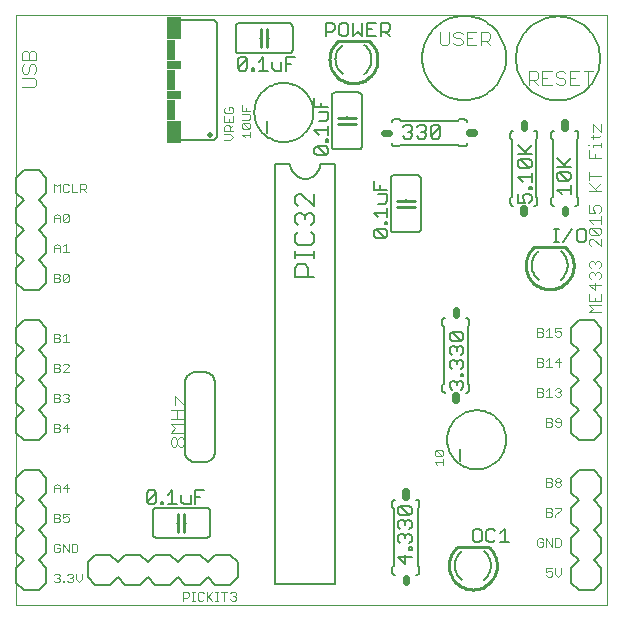
<source format=gto>
G75*
G70*
%OFA0B0*%
%FSLAX24Y24*%
%IPPOS*%
%LPD*%
%AMOC8*
5,1,8,0,0,1.08239X$1,22.5*
%
%ADD10C,0.0000*%
%ADD11C,0.0030*%
%ADD12C,0.0080*%
%ADD13C,0.0040*%
%ADD14C,0.0200*%
%ADD15C,0.0060*%
%ADD16R,0.0500X0.0750*%
%ADD17R,0.0300X0.0700*%
%ADD18R,0.0500X0.0300*%
%ADD19C,0.0070*%
%ADD20C,0.0050*%
%ADD21C,0.0240*%
%ADD22C,0.0250*%
%ADD23C,0.0100*%
D10*
X000181Y000181D02*
X019866Y000181D01*
X019866Y019866D01*
X000181Y019866D01*
X000181Y000181D01*
D11*
X001446Y000995D02*
X001495Y000946D01*
X001592Y000946D01*
X001640Y000995D01*
X001640Y001043D01*
X001592Y001092D01*
X001543Y001092D01*
X001592Y001092D02*
X001640Y001140D01*
X001640Y001188D01*
X001592Y001237D01*
X001495Y001237D01*
X001446Y001188D01*
X001741Y000995D02*
X001789Y000995D01*
X001789Y000946D01*
X001741Y000946D01*
X001741Y000995D01*
X001888Y000995D02*
X001937Y000946D01*
X002034Y000946D01*
X002082Y000995D01*
X002082Y001043D01*
X002034Y001092D01*
X001985Y001092D01*
X002034Y001092D02*
X002082Y001140D01*
X002082Y001188D01*
X002034Y001237D01*
X001937Y001237D01*
X001888Y001188D01*
X002183Y001237D02*
X002183Y001043D01*
X002280Y000946D01*
X002376Y001043D01*
X002376Y001237D01*
X002181Y001946D02*
X002229Y001995D01*
X002229Y002188D01*
X002181Y002237D01*
X002036Y002237D01*
X002036Y001946D01*
X002181Y001946D01*
X001935Y001946D02*
X001935Y002237D01*
X001741Y002237D02*
X001935Y001946D01*
X001741Y001946D02*
X001741Y002237D01*
X001640Y002188D02*
X001592Y002237D01*
X001495Y002237D01*
X001446Y002188D01*
X001446Y001995D01*
X001495Y001946D01*
X001592Y001946D01*
X001640Y001995D01*
X001640Y002092D01*
X001543Y002092D01*
X001592Y002946D02*
X001446Y002946D01*
X001446Y003237D01*
X001592Y003237D01*
X001640Y003188D01*
X001640Y003140D01*
X001592Y003092D01*
X001446Y003092D01*
X001592Y003092D02*
X001640Y003043D01*
X001640Y002995D01*
X001592Y002946D01*
X001741Y002995D02*
X001789Y002946D01*
X001886Y002946D01*
X001935Y002995D01*
X001935Y003092D01*
X001886Y003140D01*
X001838Y003140D01*
X001741Y003092D01*
X001741Y003237D01*
X001935Y003237D01*
X001886Y003946D02*
X001886Y004237D01*
X001741Y004092D01*
X001935Y004092D01*
X001640Y004092D02*
X001446Y004092D01*
X001446Y004140D02*
X001543Y004237D01*
X001640Y004140D01*
X001640Y003946D01*
X001446Y003946D02*
X001446Y004140D01*
X001446Y005946D02*
X001592Y005946D01*
X001640Y005995D01*
X001640Y006043D01*
X001592Y006092D01*
X001446Y006092D01*
X001446Y006237D02*
X001446Y005946D01*
X001592Y006092D02*
X001640Y006140D01*
X001640Y006188D01*
X001592Y006237D01*
X001446Y006237D01*
X001741Y006092D02*
X001935Y006092D01*
X001886Y006237D02*
X001886Y005946D01*
X001741Y006092D02*
X001886Y006237D01*
X001886Y006946D02*
X001789Y006946D01*
X001741Y006995D01*
X001640Y006995D02*
X001592Y006946D01*
X001446Y006946D01*
X001446Y007237D01*
X001592Y007237D01*
X001640Y007188D01*
X001640Y007140D01*
X001592Y007092D01*
X001446Y007092D01*
X001592Y007092D02*
X001640Y007043D01*
X001640Y006995D01*
X001741Y007188D02*
X001789Y007237D01*
X001886Y007237D01*
X001935Y007188D01*
X001935Y007140D01*
X001886Y007092D01*
X001935Y007043D01*
X001935Y006995D01*
X001886Y006946D01*
X001886Y007092D02*
X001838Y007092D01*
X001935Y007946D02*
X001741Y007946D01*
X001935Y008140D01*
X001935Y008188D01*
X001886Y008237D01*
X001789Y008237D01*
X001741Y008188D01*
X001640Y008188D02*
X001640Y008140D01*
X001592Y008092D01*
X001446Y008092D01*
X001446Y008237D02*
X001446Y007946D01*
X001592Y007946D01*
X001640Y007995D01*
X001640Y008043D01*
X001592Y008092D01*
X001640Y008188D02*
X001592Y008237D01*
X001446Y008237D01*
X001446Y008946D02*
X001592Y008946D01*
X001640Y008995D01*
X001640Y009043D01*
X001592Y009092D01*
X001446Y009092D01*
X001446Y009237D02*
X001446Y008946D01*
X001592Y009092D02*
X001640Y009140D01*
X001640Y009188D01*
X001592Y009237D01*
X001446Y009237D01*
X001741Y009140D02*
X001838Y009237D01*
X001838Y008946D01*
X001741Y008946D02*
X001935Y008946D01*
X001886Y010946D02*
X001789Y010946D01*
X001741Y010995D01*
X001935Y011188D01*
X001935Y010995D01*
X001886Y010946D01*
X001741Y010995D02*
X001741Y011188D01*
X001789Y011237D01*
X001886Y011237D01*
X001935Y011188D01*
X001640Y011188D02*
X001640Y011140D01*
X001592Y011092D01*
X001446Y011092D01*
X001446Y011237D02*
X001446Y010946D01*
X001592Y010946D01*
X001640Y010995D01*
X001640Y011043D01*
X001592Y011092D01*
X001640Y011188D02*
X001592Y011237D01*
X001446Y011237D01*
X001446Y011946D02*
X001446Y012140D01*
X001543Y012237D01*
X001640Y012140D01*
X001640Y011946D01*
X001741Y011946D02*
X001935Y011946D01*
X001838Y011946D02*
X001838Y012237D01*
X001741Y012140D01*
X001640Y012092D02*
X001446Y012092D01*
X001446Y012946D02*
X001446Y013140D01*
X001543Y013237D01*
X001640Y013140D01*
X001640Y012946D01*
X001741Y012995D02*
X001935Y013188D01*
X001935Y012995D01*
X001886Y012946D01*
X001789Y012946D01*
X001741Y012995D01*
X001741Y013188D01*
X001789Y013237D01*
X001886Y013237D01*
X001935Y013188D01*
X001640Y013092D02*
X001446Y013092D01*
X001446Y013946D02*
X001446Y014237D01*
X001543Y014140D01*
X001640Y014237D01*
X001640Y013946D01*
X001741Y013995D02*
X001789Y013946D01*
X001886Y013946D01*
X001935Y013995D01*
X002036Y013946D02*
X002036Y014237D01*
X001935Y014188D02*
X001886Y014237D01*
X001789Y014237D01*
X001741Y014188D01*
X001741Y013995D01*
X002036Y013946D02*
X002229Y013946D01*
X002330Y013946D02*
X002330Y014237D01*
X002475Y014237D01*
X002524Y014188D01*
X002524Y014092D01*
X002475Y014043D01*
X002330Y014043D01*
X002427Y014043D02*
X002524Y013946D01*
X007126Y015696D02*
X007320Y015696D01*
X007416Y015793D01*
X007320Y015890D01*
X007126Y015890D01*
X007126Y015991D02*
X007126Y016136D01*
X007175Y016185D01*
X007271Y016185D01*
X007320Y016136D01*
X007320Y015991D01*
X007416Y015991D02*
X007126Y015991D01*
X007320Y016088D02*
X007416Y016185D01*
X007416Y016286D02*
X007126Y016286D01*
X007126Y016479D01*
X007175Y016580D02*
X007368Y016580D01*
X007416Y016629D01*
X007416Y016725D01*
X007368Y016774D01*
X007271Y016774D01*
X007271Y016677D01*
X007175Y016580D02*
X007126Y016629D01*
X007126Y016725D01*
X007175Y016774D01*
X007416Y016479D02*
X007416Y016286D01*
X007271Y016286D02*
X007271Y016382D01*
X007701Y016361D02*
X007943Y016361D01*
X007992Y016409D01*
X007992Y016506D01*
X007943Y016554D01*
X007701Y016554D01*
X007701Y016656D02*
X007701Y016849D01*
X007846Y016752D02*
X007846Y016656D01*
X007701Y016656D02*
X007992Y016656D01*
X007943Y016260D02*
X007750Y016260D01*
X007943Y016066D01*
X007992Y016115D01*
X007992Y016211D01*
X007943Y016260D01*
X007750Y016260D02*
X007701Y016211D01*
X007701Y016115D01*
X007750Y016066D01*
X007943Y016066D01*
X007992Y015965D02*
X007992Y015772D01*
X007992Y015868D02*
X007701Y015868D01*
X007798Y015772D01*
X017562Y009417D02*
X017562Y009126D01*
X017708Y009126D01*
X017756Y009175D01*
X017756Y009223D01*
X017708Y009272D01*
X017562Y009272D01*
X017562Y009417D02*
X017708Y009417D01*
X017756Y009368D01*
X017756Y009320D01*
X017708Y009272D01*
X017857Y009320D02*
X017954Y009417D01*
X017954Y009126D01*
X017857Y009126D02*
X018051Y009126D01*
X018152Y009175D02*
X018200Y009126D01*
X018297Y009126D01*
X018345Y009175D01*
X018345Y009272D01*
X018297Y009320D01*
X018249Y009320D01*
X018152Y009272D01*
X018152Y009417D01*
X018345Y009417D01*
X018297Y008417D02*
X018152Y008272D01*
X018345Y008272D01*
X018297Y008417D02*
X018297Y008126D01*
X018051Y008126D02*
X017857Y008126D01*
X017954Y008126D02*
X017954Y008417D01*
X017857Y008320D01*
X017756Y008320D02*
X017708Y008272D01*
X017562Y008272D01*
X017562Y008417D02*
X017708Y008417D01*
X017756Y008368D01*
X017756Y008320D01*
X017708Y008272D02*
X017756Y008223D01*
X017756Y008175D01*
X017708Y008126D01*
X017562Y008126D01*
X017562Y008417D01*
X017562Y007417D02*
X017708Y007417D01*
X017756Y007368D01*
X017756Y007320D01*
X017708Y007272D01*
X017562Y007272D01*
X017562Y007417D02*
X017562Y007126D01*
X017708Y007126D01*
X017756Y007175D01*
X017756Y007223D01*
X017708Y007272D01*
X017857Y007320D02*
X017954Y007417D01*
X017954Y007126D01*
X017857Y007126D02*
X018051Y007126D01*
X018152Y007175D02*
X018200Y007126D01*
X018297Y007126D01*
X018345Y007175D01*
X018345Y007223D01*
X018297Y007272D01*
X018249Y007272D01*
X018297Y007272D02*
X018345Y007320D01*
X018345Y007368D01*
X018297Y007417D01*
X018200Y007417D01*
X018152Y007368D01*
X018200Y006417D02*
X018152Y006368D01*
X018152Y006320D01*
X018200Y006272D01*
X018345Y006272D01*
X018345Y006368D02*
X018297Y006417D01*
X018200Y006417D01*
X018345Y006368D02*
X018345Y006175D01*
X018297Y006126D01*
X018200Y006126D01*
X018152Y006175D01*
X018051Y006175D02*
X018002Y006126D01*
X017857Y006126D01*
X017857Y006417D01*
X018002Y006417D01*
X018051Y006368D01*
X018051Y006320D01*
X018002Y006272D01*
X017857Y006272D01*
X018002Y006272D02*
X018051Y006223D01*
X018051Y006175D01*
X018002Y004417D02*
X018051Y004368D01*
X018051Y004320D01*
X018002Y004272D01*
X017857Y004272D01*
X017857Y004417D02*
X017857Y004126D01*
X018002Y004126D01*
X018051Y004175D01*
X018051Y004223D01*
X018002Y004272D01*
X018002Y004417D02*
X017857Y004417D01*
X018152Y004368D02*
X018152Y004320D01*
X018200Y004272D01*
X018297Y004272D01*
X018345Y004223D01*
X018345Y004175D01*
X018297Y004126D01*
X018200Y004126D01*
X018152Y004175D01*
X018152Y004223D01*
X018200Y004272D01*
X018297Y004272D02*
X018345Y004320D01*
X018345Y004368D01*
X018297Y004417D01*
X018200Y004417D01*
X018152Y004368D01*
X018152Y003417D02*
X018345Y003417D01*
X018345Y003368D01*
X018152Y003175D01*
X018152Y003126D01*
X018051Y003175D02*
X018002Y003126D01*
X017857Y003126D01*
X017857Y003417D01*
X018002Y003417D01*
X018051Y003368D01*
X018051Y003320D01*
X018002Y003272D01*
X017857Y003272D01*
X018002Y003272D02*
X018051Y003223D01*
X018051Y003175D01*
X018051Y002417D02*
X018051Y002126D01*
X017857Y002417D01*
X017857Y002126D01*
X017756Y002175D02*
X017756Y002272D01*
X017659Y002272D01*
X017562Y002368D02*
X017562Y002175D01*
X017611Y002126D01*
X017708Y002126D01*
X017756Y002175D01*
X017756Y002368D02*
X017708Y002417D01*
X017611Y002417D01*
X017562Y002368D01*
X018152Y002417D02*
X018152Y002126D01*
X018297Y002126D01*
X018345Y002175D01*
X018345Y002368D01*
X018297Y002417D01*
X018152Y002417D01*
X018152Y001417D02*
X018152Y001223D01*
X018249Y001126D01*
X018345Y001223D01*
X018345Y001417D01*
X018051Y001417D02*
X017857Y001417D01*
X017857Y001272D01*
X017954Y001320D01*
X018002Y001320D01*
X018051Y001272D01*
X018051Y001175D01*
X018002Y001126D01*
X017905Y001126D01*
X017857Y001175D01*
X014421Y004858D02*
X014421Y005052D01*
X014421Y004955D02*
X014131Y004955D01*
X014227Y004858D01*
X014179Y005153D02*
X014131Y005201D01*
X014131Y005298D01*
X014179Y005346D01*
X014372Y005153D01*
X014421Y005201D01*
X014421Y005298D01*
X014372Y005346D01*
X014179Y005346D01*
X014179Y005153D02*
X014372Y005153D01*
X019296Y009946D02*
X019420Y010070D01*
X019296Y010193D01*
X019666Y010193D01*
X019666Y010315D02*
X019666Y010562D01*
X019481Y010683D02*
X019481Y010930D01*
X019358Y011051D02*
X019296Y011113D01*
X019296Y011236D01*
X019358Y011298D01*
X019420Y011298D01*
X019481Y011236D01*
X019543Y011298D01*
X019605Y011298D01*
X019666Y011236D01*
X019666Y011113D01*
X019605Y011051D01*
X019481Y011175D02*
X019481Y011236D01*
X019358Y011420D02*
X019296Y011481D01*
X019296Y011605D01*
X019358Y011666D01*
X019420Y011666D01*
X019481Y011605D01*
X019543Y011666D01*
X019605Y011666D01*
X019666Y011605D01*
X019666Y011481D01*
X019605Y011420D01*
X019481Y011543D02*
X019481Y011605D01*
X019358Y012156D02*
X019296Y012218D01*
X019296Y012341D01*
X019358Y012403D01*
X019420Y012403D01*
X019666Y012156D01*
X019666Y012403D01*
X019605Y012525D02*
X019358Y012771D01*
X019605Y012771D01*
X019666Y012710D01*
X019666Y012586D01*
X019605Y012525D01*
X019358Y012525D01*
X019296Y012586D01*
X019296Y012710D01*
X019358Y012771D01*
X019420Y012893D02*
X019296Y013016D01*
X019666Y013016D01*
X019666Y012893D02*
X019666Y013140D01*
X019605Y013261D02*
X019666Y013323D01*
X019666Y013446D01*
X019605Y013508D01*
X019481Y013508D01*
X019420Y013446D01*
X019420Y013385D01*
X019481Y013261D01*
X019296Y013261D01*
X019296Y013508D01*
X019296Y013998D02*
X019666Y013998D01*
X019543Y013998D02*
X019296Y014245D01*
X019296Y014366D02*
X019296Y014613D01*
X019296Y014490D02*
X019666Y014490D01*
X019666Y014245D02*
X019481Y014059D01*
X019481Y015103D02*
X019481Y015226D01*
X019296Y015103D02*
X019296Y015350D01*
X019420Y015471D02*
X019420Y015533D01*
X019666Y015533D01*
X019666Y015594D02*
X019666Y015471D01*
X019605Y015778D02*
X019666Y015840D01*
X019605Y015778D02*
X019358Y015778D01*
X019420Y015717D02*
X019420Y015840D01*
X019420Y015962D02*
X019420Y016209D01*
X019666Y015962D01*
X019666Y016209D01*
X019296Y015533D02*
X019234Y015533D01*
X019296Y015103D02*
X019666Y015103D01*
X019666Y010868D02*
X019296Y010868D01*
X019481Y010683D01*
X019296Y010562D02*
X019296Y010315D01*
X019666Y010315D01*
X019481Y010315D02*
X019481Y010438D01*
X019666Y009946D02*
X019296Y009946D01*
X007515Y000579D02*
X007515Y000531D01*
X007467Y000483D01*
X007515Y000434D01*
X007515Y000386D01*
X007467Y000338D01*
X007370Y000338D01*
X007321Y000386D01*
X007418Y000483D02*
X007467Y000483D01*
X007515Y000579D02*
X007467Y000628D01*
X007370Y000628D01*
X007321Y000579D01*
X007220Y000628D02*
X007027Y000628D01*
X007124Y000628D02*
X007124Y000338D01*
X006927Y000338D02*
X006830Y000338D01*
X006879Y000338D02*
X006879Y000628D01*
X006927Y000628D02*
X006830Y000628D01*
X006729Y000628D02*
X006536Y000434D01*
X006584Y000483D02*
X006729Y000338D01*
X006536Y000338D02*
X006536Y000628D01*
X006435Y000579D02*
X006386Y000628D01*
X006289Y000628D01*
X006241Y000579D01*
X006241Y000386D01*
X006289Y000338D01*
X006386Y000338D01*
X006435Y000386D01*
X006141Y000338D02*
X006045Y000338D01*
X006093Y000338D02*
X006093Y000628D01*
X006045Y000628D02*
X006141Y000628D01*
X005944Y000579D02*
X005944Y000483D01*
X005895Y000434D01*
X005750Y000434D01*
X005750Y000338D02*
X005750Y000628D01*
X005895Y000628D01*
X005944Y000579D01*
D12*
X005821Y000863D02*
X005571Y001113D01*
X005321Y000863D01*
X004821Y000863D01*
X004571Y001113D01*
X004321Y000863D01*
X003821Y000863D01*
X003571Y001113D01*
X003321Y000863D01*
X002821Y000863D01*
X002571Y001113D01*
X002571Y001613D01*
X002821Y001863D01*
X003321Y001863D01*
X003571Y001613D01*
X003821Y001863D01*
X004321Y001863D01*
X004571Y001613D01*
X004821Y001863D01*
X005321Y001863D01*
X005571Y001613D01*
X005821Y001863D01*
X006321Y001863D01*
X006571Y001613D01*
X006821Y001863D01*
X007321Y001863D01*
X007571Y001613D01*
X007571Y001113D01*
X007321Y000863D01*
X006821Y000863D01*
X006571Y001113D01*
X006321Y000863D01*
X005821Y000863D01*
X001181Y000931D02*
X000931Y000681D01*
X000431Y000681D01*
X000181Y000931D01*
X000181Y001431D01*
X000431Y001681D01*
X000181Y001931D01*
X000181Y002431D01*
X000431Y002681D01*
X000181Y002931D01*
X000181Y003431D01*
X000431Y003681D01*
X000181Y003931D01*
X000181Y004431D01*
X000431Y004681D01*
X000931Y004681D01*
X001181Y004431D01*
X001181Y003931D01*
X000931Y003681D01*
X001181Y003431D01*
X001181Y002931D01*
X000931Y002681D01*
X001181Y002431D01*
X001181Y001931D01*
X000931Y001681D01*
X001181Y001431D01*
X001181Y000931D01*
X000931Y005681D02*
X000431Y005681D01*
X000181Y005931D01*
X000181Y006431D01*
X000431Y006681D01*
X000181Y006931D01*
X000181Y007431D01*
X000431Y007681D01*
X000181Y007931D01*
X000181Y008431D01*
X000431Y008681D01*
X000181Y008931D01*
X000181Y009431D01*
X000431Y009681D01*
X000931Y009681D01*
X001181Y009431D01*
X001181Y008931D01*
X000931Y008681D01*
X001181Y008431D01*
X001181Y007931D01*
X000931Y007681D01*
X001181Y007431D01*
X001181Y006931D01*
X000931Y006681D01*
X001181Y006431D01*
X001181Y005931D01*
X000931Y005681D01*
X000931Y010681D02*
X000431Y010681D01*
X000181Y010931D01*
X000181Y011431D01*
X000431Y011681D01*
X000181Y011931D01*
X000181Y012431D01*
X000431Y012681D01*
X000181Y012931D01*
X000181Y013431D01*
X000431Y013681D01*
X000181Y013931D01*
X000181Y014431D01*
X000431Y014681D01*
X000931Y014681D01*
X001181Y014431D01*
X001181Y013931D01*
X000931Y013681D01*
X001181Y013431D01*
X001181Y012931D01*
X000931Y012681D01*
X001181Y012431D01*
X001181Y011931D01*
X000931Y011681D01*
X001181Y011431D01*
X001181Y010931D01*
X000931Y010681D01*
X008557Y015907D02*
X008557Y016307D01*
X008123Y016607D02*
X008125Y016669D01*
X008131Y016732D01*
X008141Y016793D01*
X008155Y016854D01*
X008172Y016914D01*
X008193Y016973D01*
X008219Y017030D01*
X008247Y017085D01*
X008279Y017139D01*
X008315Y017190D01*
X008353Y017240D01*
X008395Y017286D01*
X008439Y017330D01*
X008487Y017371D01*
X008536Y017409D01*
X008588Y017443D01*
X008642Y017474D01*
X008698Y017502D01*
X008756Y017526D01*
X008815Y017547D01*
X008875Y017563D01*
X008936Y017576D01*
X008998Y017585D01*
X009060Y017590D01*
X009123Y017591D01*
X009185Y017588D01*
X009247Y017581D01*
X009309Y017570D01*
X009369Y017555D01*
X009429Y017537D01*
X009487Y017515D01*
X009544Y017489D01*
X009599Y017459D01*
X009652Y017426D01*
X009703Y017390D01*
X009751Y017351D01*
X009797Y017308D01*
X009840Y017263D01*
X009880Y017215D01*
X009917Y017165D01*
X009951Y017112D01*
X009982Y017058D01*
X010008Y017002D01*
X010032Y016944D01*
X010051Y016884D01*
X010067Y016824D01*
X010079Y016762D01*
X010087Y016701D01*
X010091Y016638D01*
X010091Y016576D01*
X010087Y016513D01*
X010079Y016452D01*
X010067Y016390D01*
X010051Y016330D01*
X010032Y016270D01*
X010008Y016212D01*
X009982Y016156D01*
X009951Y016102D01*
X009917Y016049D01*
X009880Y015999D01*
X009840Y015951D01*
X009797Y015906D01*
X009751Y015863D01*
X009703Y015824D01*
X009652Y015788D01*
X009599Y015755D01*
X009544Y015725D01*
X009487Y015699D01*
X009429Y015677D01*
X009369Y015659D01*
X009309Y015644D01*
X009247Y015633D01*
X009185Y015626D01*
X009123Y015623D01*
X009060Y015624D01*
X008998Y015629D01*
X008936Y015638D01*
X008875Y015651D01*
X008815Y015667D01*
X008756Y015688D01*
X008698Y015712D01*
X008642Y015740D01*
X008588Y015771D01*
X008536Y015805D01*
X008487Y015843D01*
X008439Y015884D01*
X008395Y015928D01*
X008353Y015974D01*
X008315Y016024D01*
X008279Y016075D01*
X008247Y016129D01*
X008219Y016184D01*
X008193Y016241D01*
X008172Y016300D01*
X008155Y016360D01*
X008141Y016421D01*
X008131Y016482D01*
X008125Y016545D01*
X008123Y016607D01*
X018681Y009431D02*
X018681Y008931D01*
X018931Y008681D01*
X018681Y008431D01*
X018681Y007931D01*
X018931Y007681D01*
X018681Y007431D01*
X018681Y006931D01*
X018931Y006681D01*
X018681Y006431D01*
X018681Y005931D01*
X018931Y005681D01*
X019431Y005681D01*
X019681Y005931D01*
X019681Y006431D01*
X019431Y006681D01*
X019681Y006931D01*
X019681Y007431D01*
X019431Y007681D01*
X019681Y007931D01*
X019681Y008431D01*
X019431Y008681D01*
X019681Y008931D01*
X019681Y009431D01*
X019431Y009681D01*
X018931Y009681D01*
X018681Y009431D01*
X014552Y005693D02*
X014554Y005755D01*
X014560Y005818D01*
X014570Y005879D01*
X014584Y005940D01*
X014601Y006000D01*
X014622Y006059D01*
X014648Y006116D01*
X014676Y006171D01*
X014708Y006225D01*
X014744Y006276D01*
X014782Y006326D01*
X014824Y006372D01*
X014868Y006416D01*
X014916Y006457D01*
X014965Y006495D01*
X015017Y006529D01*
X015071Y006560D01*
X015127Y006588D01*
X015185Y006612D01*
X015244Y006633D01*
X015304Y006649D01*
X015365Y006662D01*
X015427Y006671D01*
X015489Y006676D01*
X015552Y006677D01*
X015614Y006674D01*
X015676Y006667D01*
X015738Y006656D01*
X015798Y006641D01*
X015858Y006623D01*
X015916Y006601D01*
X015973Y006575D01*
X016028Y006545D01*
X016081Y006512D01*
X016132Y006476D01*
X016180Y006437D01*
X016226Y006394D01*
X016269Y006349D01*
X016309Y006301D01*
X016346Y006251D01*
X016380Y006198D01*
X016411Y006144D01*
X016437Y006088D01*
X016461Y006030D01*
X016480Y005970D01*
X016496Y005910D01*
X016508Y005848D01*
X016516Y005787D01*
X016520Y005724D01*
X016520Y005662D01*
X016516Y005599D01*
X016508Y005538D01*
X016496Y005476D01*
X016480Y005416D01*
X016461Y005356D01*
X016437Y005298D01*
X016411Y005242D01*
X016380Y005188D01*
X016346Y005135D01*
X016309Y005085D01*
X016269Y005037D01*
X016226Y004992D01*
X016180Y004949D01*
X016132Y004910D01*
X016081Y004874D01*
X016028Y004841D01*
X015973Y004811D01*
X015916Y004785D01*
X015858Y004763D01*
X015798Y004745D01*
X015738Y004730D01*
X015676Y004719D01*
X015614Y004712D01*
X015552Y004709D01*
X015489Y004710D01*
X015427Y004715D01*
X015365Y004724D01*
X015304Y004737D01*
X015244Y004753D01*
X015185Y004774D01*
X015127Y004798D01*
X015071Y004826D01*
X015017Y004857D01*
X014965Y004891D01*
X014916Y004929D01*
X014868Y004970D01*
X014824Y005014D01*
X014782Y005060D01*
X014744Y005110D01*
X014708Y005161D01*
X014676Y005215D01*
X014648Y005270D01*
X014622Y005327D01*
X014601Y005386D01*
X014584Y005446D01*
X014570Y005507D01*
X014560Y005568D01*
X014554Y005631D01*
X014552Y005693D01*
X014986Y005393D02*
X014986Y004993D01*
X018681Y004431D02*
X018681Y003931D01*
X018931Y003681D01*
X018681Y003431D01*
X018681Y002931D01*
X018931Y002681D01*
X018681Y002431D01*
X018681Y001931D01*
X018931Y001681D01*
X018681Y001431D01*
X018681Y000931D01*
X018931Y000681D01*
X019431Y000681D01*
X019681Y000931D01*
X019681Y001431D01*
X019431Y001681D01*
X019681Y001931D01*
X019681Y002431D01*
X019431Y002681D01*
X019681Y002931D01*
X019681Y003431D01*
X019431Y003681D01*
X019681Y003931D01*
X019681Y004431D01*
X019431Y004681D01*
X018931Y004681D01*
X018681Y004431D01*
D13*
X005791Y005546D02*
X005715Y005469D01*
X005638Y005469D01*
X005561Y005546D01*
X005561Y005699D01*
X005638Y005776D01*
X005715Y005776D01*
X005791Y005699D01*
X005791Y005546D01*
X005561Y005546D02*
X005484Y005469D01*
X005408Y005469D01*
X005331Y005546D01*
X005331Y005699D01*
X005408Y005776D01*
X005484Y005776D01*
X005561Y005699D01*
X005331Y005929D02*
X005484Y006083D01*
X005331Y006236D01*
X005791Y006236D01*
X005791Y006390D02*
X005331Y006390D01*
X005561Y006390D02*
X005561Y006697D01*
X005484Y006850D02*
X005484Y007157D01*
X005791Y006850D01*
X005791Y007157D01*
X005791Y006697D02*
X005331Y006697D01*
X005331Y005929D02*
X005791Y005929D01*
X000768Y017442D02*
X000384Y017442D01*
X000384Y017749D02*
X000768Y017749D01*
X000844Y017672D01*
X000844Y017519D01*
X000768Y017442D01*
X000768Y017903D02*
X000844Y017979D01*
X000844Y018133D01*
X000768Y018210D01*
X000691Y018210D01*
X000614Y018133D01*
X000614Y017979D01*
X000538Y017903D01*
X000461Y017903D01*
X000384Y017979D01*
X000384Y018133D01*
X000461Y018210D01*
X000384Y018363D02*
X000384Y018593D01*
X000461Y018670D01*
X000538Y018670D01*
X000614Y018593D01*
X000614Y018363D01*
X000844Y018363D02*
X000384Y018363D01*
X000614Y018593D02*
X000691Y018670D01*
X000768Y018670D01*
X000844Y018593D01*
X000844Y018363D01*
X014301Y018918D02*
X014378Y018842D01*
X014531Y018842D01*
X014608Y018918D01*
X014608Y019302D01*
X014761Y019225D02*
X014761Y019148D01*
X014838Y019072D01*
X014991Y019072D01*
X015068Y018995D01*
X015068Y018918D01*
X014991Y018842D01*
X014838Y018842D01*
X014761Y018918D01*
X014761Y019225D02*
X014838Y019302D01*
X014991Y019302D01*
X015068Y019225D01*
X015222Y019302D02*
X015222Y018842D01*
X015528Y018842D01*
X015682Y018842D02*
X015682Y019302D01*
X015912Y019302D01*
X015989Y019225D01*
X015989Y019072D01*
X015912Y018995D01*
X015682Y018995D01*
X015835Y018995D02*
X015989Y018842D01*
X015528Y019302D02*
X015222Y019302D01*
X015222Y019072D02*
X015375Y019072D01*
X014301Y018918D02*
X014301Y019302D01*
X017268Y017986D02*
X017268Y017526D01*
X017268Y017679D02*
X017499Y017679D01*
X017575Y017756D01*
X017575Y017909D01*
X017499Y017986D01*
X017268Y017986D01*
X017422Y017679D02*
X017575Y017526D01*
X017729Y017526D02*
X018036Y017526D01*
X018189Y017603D02*
X018266Y017526D01*
X018419Y017526D01*
X018496Y017603D01*
X018496Y017679D01*
X018419Y017756D01*
X018266Y017756D01*
X018189Y017833D01*
X018189Y017909D01*
X018266Y017986D01*
X018419Y017986D01*
X018496Y017909D01*
X018649Y017986D02*
X018649Y017526D01*
X018956Y017526D01*
X018803Y017756D02*
X018649Y017756D01*
X018649Y017986D02*
X018956Y017986D01*
X019110Y017986D02*
X019417Y017986D01*
X019263Y017986D02*
X019263Y017526D01*
X018036Y017986D02*
X017729Y017986D01*
X017729Y017526D01*
X017729Y017756D02*
X017882Y017756D01*
D14*
X006641Y015861D03*
D15*
X006781Y015681D02*
X005631Y015681D01*
X006781Y015681D02*
X006881Y015781D01*
X006881Y019581D01*
X006781Y019681D01*
X005631Y019681D01*
X007499Y019479D02*
X007499Y018679D01*
X007501Y018662D01*
X007505Y018645D01*
X007512Y018629D01*
X007522Y018615D01*
X007535Y018602D01*
X007549Y018592D01*
X007565Y018585D01*
X007582Y018581D01*
X007599Y018579D01*
X009299Y018579D01*
X009316Y018581D01*
X009333Y018585D01*
X009349Y018592D01*
X009363Y018602D01*
X009376Y018615D01*
X009386Y018629D01*
X009393Y018645D01*
X009397Y018662D01*
X009399Y018679D01*
X009399Y019479D01*
X009397Y019496D01*
X009393Y019513D01*
X009386Y019529D01*
X009376Y019543D01*
X009363Y019556D01*
X009349Y019566D01*
X009333Y019573D01*
X009316Y019577D01*
X009299Y019579D01*
X007599Y019579D01*
X007582Y019577D01*
X007565Y019573D01*
X007549Y019566D01*
X007535Y019556D01*
X007522Y019543D01*
X007512Y019529D01*
X007505Y019513D01*
X007501Y019496D01*
X007499Y019479D01*
X008299Y019079D02*
X008349Y019079D01*
X008549Y019079D02*
X008599Y019079D01*
X010705Y017173D02*
X010705Y015473D01*
X010707Y015456D01*
X010711Y015439D01*
X010718Y015423D01*
X010728Y015409D01*
X010741Y015396D01*
X010755Y015386D01*
X010771Y015379D01*
X010788Y015375D01*
X010805Y015373D01*
X011605Y015373D01*
X011622Y015375D01*
X011639Y015379D01*
X011655Y015386D01*
X011669Y015396D01*
X011682Y015409D01*
X011692Y015423D01*
X011699Y015439D01*
X011703Y015456D01*
X011705Y015473D01*
X011705Y017173D01*
X011703Y017190D01*
X011699Y017207D01*
X011692Y017223D01*
X011682Y017237D01*
X011669Y017250D01*
X011655Y017260D01*
X011639Y017267D01*
X011622Y017271D01*
X011605Y017273D01*
X010805Y017273D01*
X010788Y017271D01*
X010771Y017267D01*
X010755Y017260D01*
X010741Y017250D01*
X010728Y017237D01*
X010718Y017223D01*
X010711Y017207D01*
X010707Y017190D01*
X010705Y017173D01*
X011205Y016473D02*
X011205Y016423D01*
X011205Y016223D02*
X011205Y016173D01*
X010819Y014894D02*
X010319Y014894D01*
X010819Y014894D02*
X010819Y000894D01*
X008819Y000894D01*
X008819Y014844D01*
X008819Y014894D02*
X009319Y014894D01*
X009321Y014850D01*
X009327Y014807D01*
X009336Y014765D01*
X009349Y014723D01*
X009366Y014683D01*
X009386Y014644D01*
X009409Y014607D01*
X009436Y014573D01*
X009465Y014540D01*
X009498Y014511D01*
X009532Y014484D01*
X009569Y014461D01*
X009608Y014441D01*
X009648Y014424D01*
X009690Y014411D01*
X009732Y014402D01*
X009775Y014396D01*
X009819Y014394D01*
X009863Y014396D01*
X009906Y014402D01*
X009948Y014411D01*
X009990Y014424D01*
X010030Y014441D01*
X010069Y014461D01*
X010106Y014484D01*
X010140Y014511D01*
X010173Y014540D01*
X010202Y014573D01*
X010229Y014607D01*
X010252Y014644D01*
X010272Y014683D01*
X010289Y014723D01*
X010302Y014765D01*
X010311Y014807D01*
X010317Y014850D01*
X010319Y014894D01*
X012674Y014417D02*
X012674Y012717D01*
X012676Y012700D01*
X012680Y012683D01*
X012687Y012667D01*
X012697Y012653D01*
X012710Y012640D01*
X012724Y012630D01*
X012740Y012623D01*
X012757Y012619D01*
X012774Y012617D01*
X013574Y012617D01*
X013591Y012619D01*
X013608Y012623D01*
X013624Y012630D01*
X013638Y012640D01*
X013651Y012653D01*
X013661Y012667D01*
X013668Y012683D01*
X013672Y012700D01*
X013674Y012717D01*
X013674Y014417D01*
X013672Y014434D01*
X013668Y014451D01*
X013661Y014467D01*
X013651Y014481D01*
X013638Y014494D01*
X013624Y014504D01*
X013608Y014511D01*
X013591Y014515D01*
X013574Y014517D01*
X012774Y014517D01*
X012757Y014515D01*
X012740Y014511D01*
X012724Y014504D01*
X012710Y014494D01*
X012697Y014481D01*
X012687Y014467D01*
X012680Y014451D01*
X012676Y014434D01*
X012674Y014417D01*
X013174Y013717D02*
X013174Y013667D01*
X013174Y013467D02*
X013174Y013417D01*
X012961Y015479D02*
X012811Y015479D01*
X012794Y015481D01*
X012777Y015485D01*
X012761Y015492D01*
X012747Y015502D01*
X012734Y015515D01*
X012724Y015529D01*
X012717Y015545D01*
X012713Y015562D01*
X012711Y015579D01*
X012961Y015479D02*
X013011Y015529D01*
X014911Y015529D01*
X014961Y015479D01*
X015111Y015479D01*
X015128Y015481D01*
X015145Y015485D01*
X015161Y015492D01*
X015175Y015502D01*
X015188Y015515D01*
X015198Y015529D01*
X015205Y015545D01*
X015209Y015562D01*
X015211Y015579D01*
X015211Y016279D02*
X015209Y016296D01*
X015205Y016313D01*
X015198Y016329D01*
X015188Y016343D01*
X015175Y016356D01*
X015161Y016366D01*
X015145Y016373D01*
X015128Y016377D01*
X015111Y016379D01*
X014961Y016379D01*
X014911Y016329D01*
X013011Y016329D01*
X012961Y016379D01*
X012811Y016379D01*
X012794Y016377D01*
X012777Y016373D01*
X012761Y016366D01*
X012747Y016356D01*
X012734Y016343D01*
X012724Y016329D01*
X012717Y016313D01*
X012713Y016296D01*
X012711Y016279D01*
X011797Y017904D02*
X011832Y017934D01*
X011865Y017965D01*
X011895Y018000D01*
X011922Y018036D01*
X011946Y018074D01*
X011968Y018114D01*
X011986Y018156D01*
X012002Y018199D01*
X012014Y018243D01*
X012022Y018287D01*
X012027Y018333D01*
X012029Y018378D01*
X012027Y018423D01*
X012022Y018469D01*
X012014Y018513D01*
X012002Y018557D01*
X011986Y018600D01*
X011968Y018642D01*
X011946Y018682D01*
X011922Y018720D01*
X011895Y018756D01*
X011865Y018791D01*
X011832Y018822D01*
X011797Y018852D01*
X010829Y018378D02*
X010831Y018332D01*
X010836Y018286D01*
X010845Y018240D01*
X010857Y018195D01*
X010873Y018152D01*
X010892Y018110D01*
X010915Y018069D01*
X010940Y018030D01*
X010968Y017994D01*
X010999Y017959D01*
X011033Y017927D01*
X011069Y017898D01*
X010829Y018378D02*
X010831Y018425D01*
X010837Y018473D01*
X010846Y018519D01*
X010859Y018565D01*
X010875Y018609D01*
X010895Y018653D01*
X010919Y018694D01*
X010945Y018733D01*
X010975Y018770D01*
X011008Y018805D01*
X011043Y018837D01*
X011080Y018866D01*
X016661Y015898D02*
X016661Y015748D01*
X016711Y015698D01*
X016711Y013798D01*
X016661Y013748D01*
X016661Y013598D01*
X016663Y013581D01*
X016667Y013564D01*
X016674Y013548D01*
X016684Y013534D01*
X016697Y013521D01*
X016711Y013511D01*
X016727Y013504D01*
X016744Y013500D01*
X016761Y013498D01*
X017461Y013498D02*
X017478Y013500D01*
X017495Y013504D01*
X017511Y013511D01*
X017525Y013521D01*
X017538Y013534D01*
X017548Y013548D01*
X017555Y013564D01*
X017559Y013581D01*
X017561Y013598D01*
X017561Y013748D01*
X017511Y013798D01*
X017511Y015698D01*
X017561Y015748D01*
X017561Y015898D01*
X017559Y015915D01*
X017555Y015932D01*
X017548Y015948D01*
X017538Y015962D01*
X017525Y015975D01*
X017511Y015985D01*
X017495Y015992D01*
X017478Y015996D01*
X017461Y015998D01*
X018023Y015898D02*
X018023Y015748D01*
X018073Y015698D01*
X018073Y013798D01*
X018023Y013748D01*
X018023Y013598D01*
X018025Y013581D01*
X018029Y013564D01*
X018036Y013548D01*
X018046Y013534D01*
X018059Y013521D01*
X018073Y013511D01*
X018089Y013504D01*
X018106Y013500D01*
X018123Y013498D01*
X018823Y013498D02*
X018840Y013500D01*
X018857Y013504D01*
X018873Y013511D01*
X018887Y013521D01*
X018900Y013534D01*
X018910Y013548D01*
X018917Y013564D01*
X018921Y013581D01*
X018923Y013598D01*
X018923Y013748D01*
X018873Y013798D01*
X018873Y015698D01*
X018923Y015748D01*
X018923Y015898D01*
X018921Y015915D01*
X018917Y015932D01*
X018910Y015948D01*
X018900Y015962D01*
X018887Y015975D01*
X018873Y015985D01*
X018857Y015992D01*
X018840Y015996D01*
X018823Y015998D01*
X018123Y015998D02*
X018106Y015996D01*
X018089Y015992D01*
X018073Y015985D01*
X018059Y015975D01*
X018046Y015962D01*
X018036Y015948D01*
X018029Y015932D01*
X018025Y015915D01*
X018023Y015898D01*
X016761Y015998D02*
X016744Y015996D01*
X016727Y015992D01*
X016711Y015985D01*
X016697Y015975D01*
X016684Y015962D01*
X016674Y015948D01*
X016667Y015932D01*
X016663Y015915D01*
X016661Y015898D01*
X018569Y011512D02*
X018567Y011467D01*
X018562Y011421D01*
X018554Y011377D01*
X018542Y011333D01*
X018526Y011290D01*
X018508Y011248D01*
X018486Y011208D01*
X018462Y011170D01*
X018435Y011134D01*
X018405Y011099D01*
X018372Y011068D01*
X018337Y011038D01*
X018569Y011512D02*
X018567Y011557D01*
X018562Y011603D01*
X018554Y011647D01*
X018542Y011691D01*
X018526Y011734D01*
X018508Y011776D01*
X018486Y011816D01*
X018462Y011854D01*
X018435Y011890D01*
X018405Y011925D01*
X018372Y011956D01*
X018337Y011986D01*
X017369Y011512D02*
X017371Y011466D01*
X017376Y011420D01*
X017385Y011374D01*
X017397Y011329D01*
X017413Y011286D01*
X017432Y011244D01*
X017455Y011203D01*
X017480Y011164D01*
X017508Y011128D01*
X017539Y011093D01*
X017573Y011061D01*
X017609Y011032D01*
X017369Y011512D02*
X017371Y011559D01*
X017377Y011607D01*
X017386Y011653D01*
X017399Y011699D01*
X017415Y011743D01*
X017435Y011787D01*
X017459Y011828D01*
X017485Y011867D01*
X017515Y011904D01*
X017548Y011939D01*
X017583Y011971D01*
X017620Y012000D01*
X015285Y009666D02*
X015285Y009516D01*
X015235Y009466D01*
X015235Y007566D01*
X015285Y007516D01*
X015285Y007366D01*
X015283Y007349D01*
X015279Y007332D01*
X015272Y007316D01*
X015262Y007302D01*
X015249Y007289D01*
X015235Y007279D01*
X015219Y007272D01*
X015202Y007268D01*
X015185Y007266D01*
X014485Y007266D02*
X014468Y007268D01*
X014451Y007272D01*
X014435Y007279D01*
X014421Y007289D01*
X014408Y007302D01*
X014398Y007316D01*
X014391Y007332D01*
X014387Y007349D01*
X014385Y007366D01*
X014385Y007516D01*
X014435Y007566D01*
X014435Y009466D01*
X014385Y009516D01*
X014385Y009666D01*
X014387Y009683D01*
X014391Y009700D01*
X014398Y009716D01*
X014408Y009730D01*
X014421Y009743D01*
X014435Y009753D01*
X014451Y009760D01*
X014468Y009764D01*
X014485Y009766D01*
X015185Y009766D02*
X015202Y009764D01*
X015219Y009760D01*
X015235Y009753D01*
X015249Y009743D01*
X015262Y009730D01*
X015272Y009716D01*
X015279Y009700D01*
X015283Y009683D01*
X015285Y009666D01*
X013624Y003595D02*
X013624Y003445D01*
X013574Y003395D01*
X013574Y001495D01*
X013624Y001445D01*
X013624Y001295D01*
X013622Y001278D01*
X013618Y001261D01*
X013611Y001245D01*
X013601Y001231D01*
X013588Y001218D01*
X013574Y001208D01*
X013558Y001201D01*
X013541Y001197D01*
X013524Y001195D01*
X012824Y001195D02*
X012807Y001197D01*
X012790Y001201D01*
X012774Y001208D01*
X012760Y001218D01*
X012747Y001231D01*
X012737Y001245D01*
X012730Y001261D01*
X012726Y001278D01*
X012724Y001295D01*
X012724Y001445D01*
X012774Y001495D01*
X012774Y003395D01*
X012724Y003445D01*
X012724Y003595D01*
X012726Y003612D01*
X012730Y003629D01*
X012737Y003645D01*
X012747Y003659D01*
X012760Y003672D01*
X012774Y003682D01*
X012790Y003689D01*
X012807Y003693D01*
X012824Y003695D01*
X013524Y003695D02*
X013541Y003693D01*
X013558Y003689D01*
X013574Y003682D01*
X013588Y003672D01*
X013601Y003659D01*
X013611Y003645D01*
X013618Y003629D01*
X013622Y003612D01*
X013624Y003595D01*
X016010Y001504D02*
X016008Y001459D01*
X016003Y001413D01*
X015995Y001369D01*
X015983Y001325D01*
X015967Y001282D01*
X015949Y001240D01*
X015927Y001200D01*
X015903Y001162D01*
X015876Y001126D01*
X015846Y001091D01*
X015813Y001060D01*
X015778Y001030D01*
X016010Y001504D02*
X016008Y001549D01*
X016003Y001595D01*
X015995Y001639D01*
X015983Y001683D01*
X015967Y001726D01*
X015949Y001768D01*
X015927Y001808D01*
X015903Y001846D01*
X015876Y001882D01*
X015846Y001917D01*
X015813Y001948D01*
X015778Y001978D01*
X014810Y001504D02*
X014812Y001458D01*
X014817Y001412D01*
X014826Y001366D01*
X014838Y001321D01*
X014854Y001278D01*
X014873Y001236D01*
X014896Y001195D01*
X014921Y001156D01*
X014949Y001120D01*
X014980Y001085D01*
X015014Y001053D01*
X015050Y001024D01*
X014810Y001504D02*
X014812Y001551D01*
X014818Y001599D01*
X014827Y001645D01*
X014840Y001691D01*
X014856Y001735D01*
X014876Y001779D01*
X014900Y001820D01*
X014926Y001859D01*
X014956Y001896D01*
X014989Y001931D01*
X015024Y001963D01*
X015061Y001992D01*
X006643Y002537D02*
X006643Y003337D01*
X006641Y003354D01*
X006637Y003371D01*
X006630Y003387D01*
X006620Y003401D01*
X006607Y003414D01*
X006593Y003424D01*
X006577Y003431D01*
X006560Y003435D01*
X006543Y003437D01*
X004843Y003437D01*
X004826Y003435D01*
X004809Y003431D01*
X004793Y003424D01*
X004779Y003414D01*
X004766Y003401D01*
X004756Y003387D01*
X004749Y003371D01*
X004745Y003354D01*
X004743Y003337D01*
X004743Y002537D01*
X004745Y002520D01*
X004749Y002503D01*
X004756Y002487D01*
X004766Y002473D01*
X004779Y002460D01*
X004793Y002450D01*
X004809Y002443D01*
X004826Y002439D01*
X004843Y002437D01*
X006543Y002437D01*
X006560Y002439D01*
X006577Y002443D01*
X006593Y002450D01*
X006607Y002460D01*
X006620Y002473D01*
X006630Y002487D01*
X006637Y002503D01*
X006641Y002520D01*
X006643Y002537D01*
X005843Y002937D02*
X005793Y002937D01*
X005593Y002937D02*
X005543Y002937D01*
D16*
X005431Y015956D03*
X005431Y019406D03*
D17*
X005331Y018681D03*
X005331Y017681D03*
X005331Y016681D03*
D18*
X005431Y017181D03*
X005431Y018181D03*
D19*
X009589Y013905D02*
X009484Y013800D01*
X009484Y013589D01*
X009589Y013484D01*
X009589Y013260D02*
X009694Y013260D01*
X009799Y013155D01*
X009904Y013260D01*
X010009Y013260D01*
X010114Y013155D01*
X010114Y012945D01*
X010009Y012840D01*
X009799Y013050D02*
X009799Y013155D01*
X009589Y013260D02*
X009484Y013155D01*
X009484Y012945D01*
X009589Y012840D01*
X009589Y012616D02*
X009484Y012511D01*
X009484Y012300D01*
X009589Y012195D01*
X010009Y012195D01*
X010114Y012300D01*
X010114Y012511D01*
X010009Y012616D01*
X010114Y011976D02*
X010114Y011766D01*
X010114Y011871D02*
X009484Y011871D01*
X009484Y011766D02*
X009484Y011976D01*
X009589Y011541D02*
X009799Y011541D01*
X009904Y011436D01*
X009904Y011121D01*
X010114Y011121D02*
X009484Y011121D01*
X009484Y011436D01*
X009589Y011541D01*
X010114Y013484D02*
X009694Y013905D01*
X009589Y013905D01*
X010114Y013905D02*
X010114Y013484D01*
D20*
X010205Y015176D02*
X010130Y015251D01*
X010130Y015402D01*
X010205Y015477D01*
X010505Y015176D01*
X010580Y015251D01*
X010580Y015402D01*
X010505Y015477D01*
X010205Y015477D01*
X010205Y015176D02*
X010505Y015176D01*
X010505Y015637D02*
X010505Y015712D01*
X010580Y015712D01*
X010580Y015637D01*
X010505Y015637D01*
X010580Y015867D02*
X010580Y016167D01*
X010580Y016017D02*
X010130Y016017D01*
X010280Y015867D01*
X010280Y016327D02*
X010505Y016327D01*
X010580Y016402D01*
X010580Y016628D01*
X010280Y016628D01*
X010355Y016788D02*
X010355Y016938D01*
X010130Y016788D02*
X010130Y017088D01*
X010130Y016788D02*
X010580Y016788D01*
X009185Y018004D02*
X009185Y018454D01*
X009486Y018454D01*
X009335Y018229D02*
X009185Y018229D01*
X009025Y018304D02*
X009025Y018004D01*
X008800Y018004D01*
X008725Y018079D01*
X008725Y018304D01*
X008565Y018004D02*
X008265Y018004D01*
X008415Y018004D02*
X008415Y018454D01*
X008265Y018304D01*
X008110Y018079D02*
X008110Y018004D01*
X008034Y018004D01*
X008034Y018079D01*
X008110Y018079D01*
X007874Y018079D02*
X007874Y018379D01*
X007574Y018079D01*
X007649Y018004D01*
X007799Y018004D01*
X007874Y018079D01*
X007874Y018379D02*
X007799Y018454D01*
X007649Y018454D01*
X007574Y018379D01*
X007574Y018079D01*
X010503Y019153D02*
X010503Y019604D01*
X010728Y019604D01*
X010803Y019529D01*
X010803Y019378D01*
X010728Y019303D01*
X010503Y019303D01*
X010963Y019228D02*
X011038Y019153D01*
X011188Y019153D01*
X011263Y019228D01*
X011263Y019529D01*
X011188Y019604D01*
X011038Y019604D01*
X010963Y019529D01*
X010963Y019228D01*
X011423Y019153D02*
X011423Y019604D01*
X011573Y019303D02*
X011723Y019153D01*
X011723Y019604D01*
X011884Y019604D02*
X011884Y019153D01*
X012184Y019153D01*
X012344Y019153D02*
X012344Y019604D01*
X012569Y019604D01*
X012644Y019529D01*
X012644Y019378D01*
X012569Y019303D01*
X012344Y019303D01*
X012494Y019303D02*
X012644Y019153D01*
X012184Y019604D02*
X011884Y019604D01*
X011884Y019378D02*
X012034Y019378D01*
X011573Y019303D02*
X011423Y019153D01*
X013161Y016185D02*
X013311Y016185D01*
X013386Y016110D01*
X013386Y016035D01*
X013311Y015960D01*
X013386Y015885D01*
X013386Y015809D01*
X013311Y015734D01*
X013161Y015734D01*
X013086Y015809D01*
X013236Y015960D02*
X013311Y015960D01*
X013086Y016110D02*
X013161Y016185D01*
X013546Y016110D02*
X013621Y016185D01*
X013771Y016185D01*
X013847Y016110D01*
X013847Y016035D01*
X013771Y015960D01*
X013847Y015885D01*
X013847Y015809D01*
X013771Y015734D01*
X013621Y015734D01*
X013546Y015809D01*
X013696Y015960D02*
X013771Y015960D01*
X014007Y016110D02*
X014007Y015809D01*
X014307Y016110D01*
X014307Y015809D01*
X014232Y015734D01*
X014082Y015734D01*
X014007Y015809D01*
X014007Y016110D02*
X014082Y016185D01*
X014232Y016185D01*
X014307Y016110D01*
X012323Y014182D02*
X012323Y014032D01*
X012248Y013872D02*
X012549Y013872D01*
X012549Y013646D01*
X012474Y013571D01*
X012248Y013571D01*
X012549Y013411D02*
X012549Y013111D01*
X012549Y013261D02*
X012098Y013261D01*
X012248Y013111D01*
X012474Y012956D02*
X012549Y012956D01*
X012549Y012881D01*
X012474Y012881D01*
X012474Y012956D01*
X012474Y012721D02*
X012549Y012646D01*
X012549Y012496D01*
X012474Y012421D01*
X012173Y012721D01*
X012474Y012721D01*
X012474Y012421D02*
X012173Y012421D01*
X012098Y012496D01*
X012098Y012646D01*
X012173Y012721D01*
X012098Y014032D02*
X012098Y014332D01*
X012098Y014032D02*
X012549Y014032D01*
X016915Y013902D02*
X016915Y013602D01*
X017140Y013602D01*
X017065Y013752D01*
X017065Y013827D01*
X017140Y013902D01*
X017291Y013902D01*
X017366Y013827D01*
X017366Y013677D01*
X017291Y013602D01*
X017291Y014062D02*
X017291Y014137D01*
X017366Y014137D01*
X017366Y014062D01*
X017291Y014062D01*
X017366Y014292D02*
X017366Y014592D01*
X017366Y014442D02*
X016915Y014442D01*
X017065Y014292D01*
X016990Y014752D02*
X016915Y014828D01*
X016915Y014978D01*
X016990Y015053D01*
X017291Y014752D01*
X017366Y014828D01*
X017366Y014978D01*
X017291Y015053D01*
X016990Y015053D01*
X016915Y015213D02*
X017366Y015213D01*
X017215Y015213D02*
X016915Y015513D01*
X017140Y015288D02*
X017366Y015513D01*
X017291Y014752D02*
X016990Y014752D01*
X018217Y014794D02*
X018668Y014794D01*
X018518Y014794D02*
X018217Y015094D01*
X018443Y014869D02*
X018668Y015094D01*
X018593Y014634D02*
X018292Y014634D01*
X018593Y014334D01*
X018668Y014409D01*
X018668Y014559D01*
X018593Y014634D01*
X018593Y014334D02*
X018292Y014334D01*
X018217Y014409D01*
X018217Y014559D01*
X018292Y014634D01*
X018668Y014174D02*
X018668Y013873D01*
X018668Y014023D02*
X018217Y014023D01*
X018368Y013873D01*
X018266Y012737D02*
X018116Y012737D01*
X018191Y012737D02*
X018191Y012287D01*
X018116Y012287D02*
X018266Y012287D01*
X018423Y012287D02*
X018723Y012737D01*
X018883Y012662D02*
X018883Y012362D01*
X018958Y012287D01*
X019109Y012287D01*
X019184Y012362D01*
X019184Y012662D01*
X019109Y012737D01*
X018958Y012737D01*
X018883Y012662D01*
X015090Y009206D02*
X015090Y009056D01*
X015015Y008981D01*
X014715Y009281D01*
X015015Y009281D01*
X015090Y009206D01*
X015015Y008981D02*
X014715Y008981D01*
X014640Y009056D01*
X014640Y009206D01*
X014715Y009281D01*
X014715Y008820D02*
X014640Y008745D01*
X014640Y008595D01*
X014715Y008520D01*
X014715Y008360D02*
X014640Y008285D01*
X014640Y008135D01*
X014715Y008060D01*
X014865Y008210D02*
X014865Y008285D01*
X014940Y008360D01*
X015015Y008360D01*
X015090Y008285D01*
X015090Y008135D01*
X015015Y008060D01*
X015015Y007905D02*
X015090Y007905D01*
X015090Y007830D01*
X015015Y007830D01*
X015015Y007905D01*
X015015Y007670D02*
X015090Y007594D01*
X015090Y007444D01*
X015015Y007369D01*
X014865Y007519D02*
X014865Y007594D01*
X014940Y007670D01*
X015015Y007670D01*
X014865Y007594D02*
X014790Y007670D01*
X014715Y007670D01*
X014640Y007594D01*
X014640Y007444D01*
X014715Y007369D01*
X014865Y008285D02*
X014790Y008360D01*
X014715Y008360D01*
X015015Y008520D02*
X015090Y008595D01*
X015090Y008745D01*
X015015Y008820D01*
X014940Y008820D01*
X014865Y008745D01*
X014865Y008670D01*
X014865Y008745D02*
X014790Y008820D01*
X014715Y008820D01*
X013294Y003482D02*
X012993Y003482D01*
X013294Y003181D01*
X013369Y003256D01*
X013369Y003407D01*
X013294Y003482D01*
X013294Y003181D02*
X012993Y003181D01*
X012918Y003256D01*
X012918Y003407D01*
X012993Y003482D01*
X012993Y003021D02*
X013068Y003021D01*
X013143Y002946D01*
X013218Y003021D01*
X013294Y003021D01*
X013369Y002946D01*
X013369Y002796D01*
X013294Y002721D01*
X013294Y002561D02*
X013218Y002561D01*
X013143Y002486D01*
X013143Y002411D01*
X013143Y002486D02*
X013068Y002561D01*
X012993Y002561D01*
X012918Y002486D01*
X012918Y002336D01*
X012993Y002261D01*
X013294Y002261D02*
X013369Y002336D01*
X013369Y002486D01*
X013294Y002561D01*
X012993Y002721D02*
X012918Y002796D01*
X012918Y002946D01*
X012993Y003021D01*
X013143Y002946D02*
X013143Y002871D01*
X013294Y002106D02*
X013369Y002106D01*
X013369Y002031D01*
X013294Y002031D01*
X013294Y002106D01*
X013143Y001870D02*
X013143Y001570D01*
X012918Y001795D01*
X013369Y001795D01*
X015404Y002354D02*
X015479Y002279D01*
X015629Y002279D01*
X015704Y002354D01*
X015704Y002655D01*
X015629Y002730D01*
X015479Y002730D01*
X015404Y002655D01*
X015404Y002354D01*
X015864Y002354D02*
X015939Y002279D01*
X016089Y002279D01*
X016164Y002354D01*
X016324Y002279D02*
X016625Y002279D01*
X016474Y002279D02*
X016474Y002730D01*
X016324Y002579D01*
X016164Y002655D02*
X016089Y002730D01*
X015939Y002730D01*
X015864Y002655D01*
X015864Y002354D01*
X006811Y005303D02*
X006811Y007596D01*
X006812Y007596D02*
X006810Y007631D01*
X006805Y007665D01*
X006797Y007699D01*
X006785Y007731D01*
X006770Y007763D01*
X006752Y007793D01*
X006732Y007821D01*
X006708Y007846D01*
X006683Y007870D01*
X006655Y007890D01*
X006625Y007908D01*
X006593Y007923D01*
X006561Y007935D01*
X006527Y007943D01*
X006493Y007948D01*
X006458Y007950D01*
X006458Y007949D02*
X006165Y007949D01*
X006165Y007950D02*
X006130Y007948D01*
X006096Y007943D01*
X006062Y007935D01*
X006030Y007923D01*
X005998Y007908D01*
X005968Y007890D01*
X005940Y007870D01*
X005915Y007846D01*
X005891Y007821D01*
X005871Y007793D01*
X005853Y007763D01*
X005838Y007731D01*
X005826Y007699D01*
X005818Y007665D01*
X005813Y007631D01*
X005811Y007596D01*
X005811Y005303D01*
X005813Y005268D01*
X005818Y005234D01*
X005826Y005200D01*
X005838Y005168D01*
X005853Y005136D01*
X005871Y005106D01*
X005891Y005078D01*
X005915Y005053D01*
X005940Y005029D01*
X005968Y005009D01*
X005998Y004991D01*
X006030Y004976D01*
X006062Y004964D01*
X006096Y004956D01*
X006130Y004951D01*
X006165Y004949D01*
X006458Y004949D01*
X006493Y004951D01*
X006527Y004956D01*
X006561Y004964D01*
X006593Y004976D01*
X006625Y004991D01*
X006655Y005009D01*
X006683Y005029D01*
X006708Y005053D01*
X006732Y005078D01*
X006752Y005106D01*
X006770Y005136D01*
X006785Y005168D01*
X006797Y005200D01*
X006805Y005234D01*
X006810Y005268D01*
X006812Y005303D01*
X006458Y004013D02*
X006158Y004013D01*
X006158Y003562D01*
X005998Y003562D02*
X005998Y003863D01*
X006158Y003787D02*
X006308Y003787D01*
X005998Y003562D02*
X005772Y003562D01*
X005697Y003637D01*
X005697Y003863D01*
X005537Y003562D02*
X005237Y003562D01*
X005387Y003562D02*
X005387Y004013D01*
X005237Y003863D01*
X005082Y003637D02*
X005082Y003562D01*
X005007Y003562D01*
X005007Y003637D01*
X005082Y003637D01*
X004847Y003637D02*
X004847Y003938D01*
X004546Y003637D01*
X004622Y003562D01*
X004772Y003562D01*
X004847Y003637D01*
X004847Y003938D02*
X004772Y004013D01*
X004622Y004013D01*
X004546Y003938D01*
X004546Y003637D01*
X013722Y018422D02*
X013724Y018497D01*
X013730Y018571D01*
X013740Y018645D01*
X013754Y018718D01*
X013771Y018790D01*
X013793Y018862D01*
X013818Y018932D01*
X013847Y019000D01*
X013880Y019068D01*
X013916Y019133D01*
X013955Y019196D01*
X013998Y019257D01*
X014044Y019316D01*
X014093Y019372D01*
X014145Y019425D01*
X014200Y019476D01*
X014257Y019523D01*
X014317Y019568D01*
X014379Y019609D01*
X014444Y019647D01*
X014510Y019681D01*
X014578Y019712D01*
X014647Y019739D01*
X014718Y019762D01*
X014790Y019782D01*
X014863Y019798D01*
X014936Y019810D01*
X015010Y019818D01*
X015085Y019822D01*
X015159Y019822D01*
X015234Y019818D01*
X015308Y019810D01*
X015381Y019798D01*
X015454Y019782D01*
X015526Y019762D01*
X015597Y019739D01*
X015666Y019712D01*
X015734Y019681D01*
X015800Y019647D01*
X015865Y019609D01*
X015927Y019568D01*
X015987Y019523D01*
X016044Y019476D01*
X016099Y019425D01*
X016151Y019372D01*
X016200Y019316D01*
X016246Y019257D01*
X016289Y019196D01*
X016328Y019133D01*
X016364Y019068D01*
X016397Y019000D01*
X016426Y018932D01*
X016451Y018862D01*
X016473Y018790D01*
X016490Y018718D01*
X016504Y018645D01*
X016514Y018571D01*
X016520Y018497D01*
X016522Y018422D01*
X016520Y018347D01*
X016514Y018273D01*
X016504Y018199D01*
X016490Y018126D01*
X016473Y018054D01*
X016451Y017982D01*
X016426Y017912D01*
X016397Y017844D01*
X016364Y017776D01*
X016328Y017711D01*
X016289Y017648D01*
X016246Y017587D01*
X016200Y017528D01*
X016151Y017472D01*
X016099Y017419D01*
X016044Y017368D01*
X015987Y017321D01*
X015927Y017276D01*
X015865Y017235D01*
X015800Y017197D01*
X015734Y017163D01*
X015666Y017132D01*
X015597Y017105D01*
X015526Y017082D01*
X015454Y017062D01*
X015381Y017046D01*
X015308Y017034D01*
X015234Y017026D01*
X015159Y017022D01*
X015085Y017022D01*
X015010Y017026D01*
X014936Y017034D01*
X014863Y017046D01*
X014790Y017062D01*
X014718Y017082D01*
X014647Y017105D01*
X014578Y017132D01*
X014510Y017163D01*
X014444Y017197D01*
X014379Y017235D01*
X014317Y017276D01*
X014257Y017321D01*
X014200Y017368D01*
X014145Y017419D01*
X014093Y017472D01*
X014044Y017528D01*
X013998Y017587D01*
X013955Y017648D01*
X013916Y017711D01*
X013880Y017776D01*
X013847Y017844D01*
X013818Y017912D01*
X013793Y017982D01*
X013771Y018054D01*
X013754Y018126D01*
X013740Y018199D01*
X013730Y018273D01*
X013724Y018347D01*
X013722Y018422D01*
X016848Y018406D02*
X016850Y018481D01*
X016856Y018555D01*
X016866Y018629D01*
X016880Y018702D01*
X016897Y018774D01*
X016919Y018846D01*
X016944Y018916D01*
X016973Y018984D01*
X017006Y019052D01*
X017042Y019117D01*
X017081Y019180D01*
X017124Y019241D01*
X017170Y019300D01*
X017219Y019356D01*
X017271Y019409D01*
X017326Y019460D01*
X017383Y019507D01*
X017443Y019552D01*
X017505Y019593D01*
X017570Y019631D01*
X017636Y019665D01*
X017704Y019696D01*
X017773Y019723D01*
X017844Y019746D01*
X017916Y019766D01*
X017989Y019782D01*
X018062Y019794D01*
X018136Y019802D01*
X018211Y019806D01*
X018285Y019806D01*
X018360Y019802D01*
X018434Y019794D01*
X018507Y019782D01*
X018580Y019766D01*
X018652Y019746D01*
X018723Y019723D01*
X018792Y019696D01*
X018860Y019665D01*
X018926Y019631D01*
X018991Y019593D01*
X019053Y019552D01*
X019113Y019507D01*
X019170Y019460D01*
X019225Y019409D01*
X019277Y019356D01*
X019326Y019300D01*
X019372Y019241D01*
X019415Y019180D01*
X019454Y019117D01*
X019490Y019052D01*
X019523Y018984D01*
X019552Y018916D01*
X019577Y018846D01*
X019599Y018774D01*
X019616Y018702D01*
X019630Y018629D01*
X019640Y018555D01*
X019646Y018481D01*
X019648Y018406D01*
X019646Y018331D01*
X019640Y018257D01*
X019630Y018183D01*
X019616Y018110D01*
X019599Y018038D01*
X019577Y017966D01*
X019552Y017896D01*
X019523Y017828D01*
X019490Y017760D01*
X019454Y017695D01*
X019415Y017632D01*
X019372Y017571D01*
X019326Y017512D01*
X019277Y017456D01*
X019225Y017403D01*
X019170Y017352D01*
X019113Y017305D01*
X019053Y017260D01*
X018991Y017219D01*
X018926Y017181D01*
X018860Y017147D01*
X018792Y017116D01*
X018723Y017089D01*
X018652Y017066D01*
X018580Y017046D01*
X018507Y017030D01*
X018434Y017018D01*
X018360Y017010D01*
X018285Y017006D01*
X018211Y017006D01*
X018136Y017010D01*
X018062Y017018D01*
X017989Y017030D01*
X017916Y017046D01*
X017844Y017066D01*
X017773Y017089D01*
X017704Y017116D01*
X017636Y017147D01*
X017570Y017181D01*
X017505Y017219D01*
X017443Y017260D01*
X017383Y017305D01*
X017326Y017352D01*
X017271Y017403D01*
X017219Y017456D01*
X017170Y017512D01*
X017124Y017571D01*
X017081Y017632D01*
X017042Y017695D01*
X017006Y017760D01*
X016973Y017828D01*
X016944Y017896D01*
X016919Y017966D01*
X016897Y018038D01*
X016880Y018110D01*
X016866Y018183D01*
X016856Y018257D01*
X016850Y018331D01*
X016848Y018406D01*
D21*
X017111Y016248D02*
X017111Y016098D01*
X018473Y013398D02*
X018473Y013248D01*
X014835Y010016D02*
X014835Y009866D01*
X012611Y015929D02*
X012461Y015929D01*
X013174Y001095D02*
X013174Y000945D01*
D22*
X013174Y003795D02*
X013174Y003945D01*
X014835Y007016D02*
X014835Y007166D01*
X017111Y013248D02*
X017111Y013398D01*
X015461Y015929D02*
X015311Y015929D01*
X018473Y016098D02*
X018473Y016248D01*
D23*
X018469Y012132D02*
X017469Y012132D01*
X017169Y011512D02*
X017171Y011458D01*
X017176Y011404D01*
X017185Y011351D01*
X017198Y011298D01*
X017214Y011247D01*
X017234Y011197D01*
X017257Y011148D01*
X017283Y011100D01*
X017312Y011055D01*
X017345Y011012D01*
X017380Y010971D01*
X017418Y010932D01*
X017458Y010896D01*
X017501Y010863D01*
X017546Y010833D01*
X017593Y010806D01*
X018366Y010817D02*
X018414Y010847D01*
X018459Y010880D01*
X018502Y010916D01*
X018543Y010954D01*
X018580Y010996D01*
X018615Y011040D01*
X018646Y011086D01*
X018675Y011135D01*
X018699Y011185D01*
X018720Y011237D01*
X018738Y011291D01*
X018751Y011345D01*
X018761Y011400D01*
X018767Y011456D01*
X018769Y011512D01*
X018388Y010831D02*
X018340Y010803D01*
X018291Y010779D01*
X018239Y010759D01*
X018187Y010742D01*
X018133Y010729D01*
X018079Y010720D01*
X018024Y010714D01*
X017969Y010712D01*
X017913Y010714D01*
X017856Y010720D01*
X017801Y010730D01*
X017746Y010744D01*
X017693Y010761D01*
X017640Y010783D01*
X017590Y010808D01*
X018769Y011512D02*
X018767Y011565D01*
X018762Y011619D01*
X018753Y011671D01*
X018741Y011723D01*
X018725Y011774D01*
X018706Y011824D01*
X018683Y011873D01*
X018657Y011920D01*
X018629Y011965D01*
X018597Y012008D01*
X018563Y012048D01*
X018525Y012087D01*
X018486Y012123D01*
X017457Y012127D02*
X017417Y012091D01*
X017379Y012052D01*
X017344Y012011D01*
X017312Y011968D01*
X017282Y011923D01*
X017256Y011876D01*
X017234Y011827D01*
X017214Y011776D01*
X017198Y011725D01*
X017185Y011673D01*
X017176Y011619D01*
X017171Y011566D01*
X017169Y011512D01*
X013474Y013467D02*
X013174Y013467D01*
X012874Y013467D01*
X012874Y013667D02*
X013174Y013667D01*
X013474Y013667D01*
X011505Y016223D02*
X011205Y016223D01*
X010905Y016223D01*
X010905Y016423D02*
X011205Y016423D01*
X011505Y016423D01*
X011826Y017683D02*
X011874Y017713D01*
X011919Y017746D01*
X011962Y017782D01*
X012003Y017820D01*
X012040Y017862D01*
X012075Y017906D01*
X012106Y017952D01*
X012135Y018001D01*
X012159Y018051D01*
X012180Y018103D01*
X012198Y018157D01*
X012211Y018211D01*
X012221Y018266D01*
X012227Y018322D01*
X012229Y018378D01*
X011929Y018998D02*
X010929Y018998D01*
X010629Y018378D02*
X010631Y018324D01*
X010636Y018270D01*
X010645Y018217D01*
X010658Y018164D01*
X010674Y018113D01*
X010694Y018063D01*
X010717Y018014D01*
X010743Y017966D01*
X010772Y017921D01*
X010805Y017878D01*
X010840Y017837D01*
X010878Y017798D01*
X010918Y017762D01*
X010961Y017729D01*
X011006Y017699D01*
X011053Y017672D01*
X011429Y017578D02*
X011484Y017580D01*
X011539Y017586D01*
X011593Y017595D01*
X011647Y017608D01*
X011699Y017625D01*
X011751Y017645D01*
X011800Y017669D01*
X011848Y017697D01*
X011429Y017578D02*
X011373Y017580D01*
X011316Y017586D01*
X011261Y017596D01*
X011206Y017610D01*
X011153Y017627D01*
X011100Y017649D01*
X011050Y017674D01*
X012229Y018378D02*
X012227Y018431D01*
X012222Y018485D01*
X012213Y018537D01*
X012201Y018589D01*
X012185Y018640D01*
X012166Y018690D01*
X012143Y018739D01*
X012117Y018786D01*
X012089Y018831D01*
X012057Y018874D01*
X012023Y018914D01*
X011985Y018953D01*
X011946Y018989D01*
X010917Y018993D02*
X010877Y018957D01*
X010839Y018918D01*
X010804Y018877D01*
X010772Y018834D01*
X010742Y018789D01*
X010716Y018742D01*
X010694Y018693D01*
X010674Y018642D01*
X010658Y018591D01*
X010645Y018539D01*
X010636Y018485D01*
X010631Y018432D01*
X010629Y018378D01*
X008549Y018779D02*
X008549Y019079D01*
X008549Y019379D01*
X008349Y019379D02*
X008349Y019079D01*
X008349Y018779D01*
X005793Y003237D02*
X005793Y002937D01*
X005793Y002637D01*
X005593Y002637D02*
X005593Y002937D01*
X005593Y003237D01*
X014910Y002124D02*
X015910Y002124D01*
X015829Y000823D02*
X015781Y000795D01*
X015732Y000771D01*
X015680Y000751D01*
X015628Y000734D01*
X015574Y000721D01*
X015520Y000712D01*
X015465Y000706D01*
X015410Y000704D01*
X015807Y000809D02*
X015855Y000839D01*
X015900Y000872D01*
X015943Y000908D01*
X015984Y000946D01*
X016021Y000988D01*
X016056Y001032D01*
X016087Y001078D01*
X016116Y001127D01*
X016140Y001177D01*
X016161Y001229D01*
X016179Y001283D01*
X016192Y001337D01*
X016202Y001392D01*
X016208Y001448D01*
X016210Y001504D01*
X015410Y000704D02*
X015354Y000706D01*
X015297Y000712D01*
X015242Y000722D01*
X015187Y000736D01*
X015134Y000753D01*
X015081Y000775D01*
X015031Y000800D01*
X016210Y001504D02*
X016208Y001557D01*
X016203Y001611D01*
X016194Y001663D01*
X016182Y001715D01*
X016166Y001766D01*
X016147Y001816D01*
X016124Y001865D01*
X016098Y001912D01*
X016070Y001957D01*
X016038Y002000D01*
X016004Y002040D01*
X015966Y002079D01*
X015927Y002115D01*
X014610Y001504D02*
X014612Y001450D01*
X014617Y001396D01*
X014626Y001343D01*
X014639Y001290D01*
X014655Y001239D01*
X014675Y001189D01*
X014698Y001140D01*
X014724Y001092D01*
X014753Y001047D01*
X014786Y001004D01*
X014821Y000963D01*
X014859Y000924D01*
X014899Y000888D01*
X014942Y000855D01*
X014987Y000825D01*
X015034Y000798D01*
X014610Y001504D02*
X014612Y001558D01*
X014617Y001611D01*
X014626Y001665D01*
X014639Y001717D01*
X014655Y001768D01*
X014675Y001819D01*
X014697Y001868D01*
X014723Y001915D01*
X014753Y001960D01*
X014785Y002003D01*
X014820Y002044D01*
X014858Y002083D01*
X014898Y002119D01*
M02*

</source>
